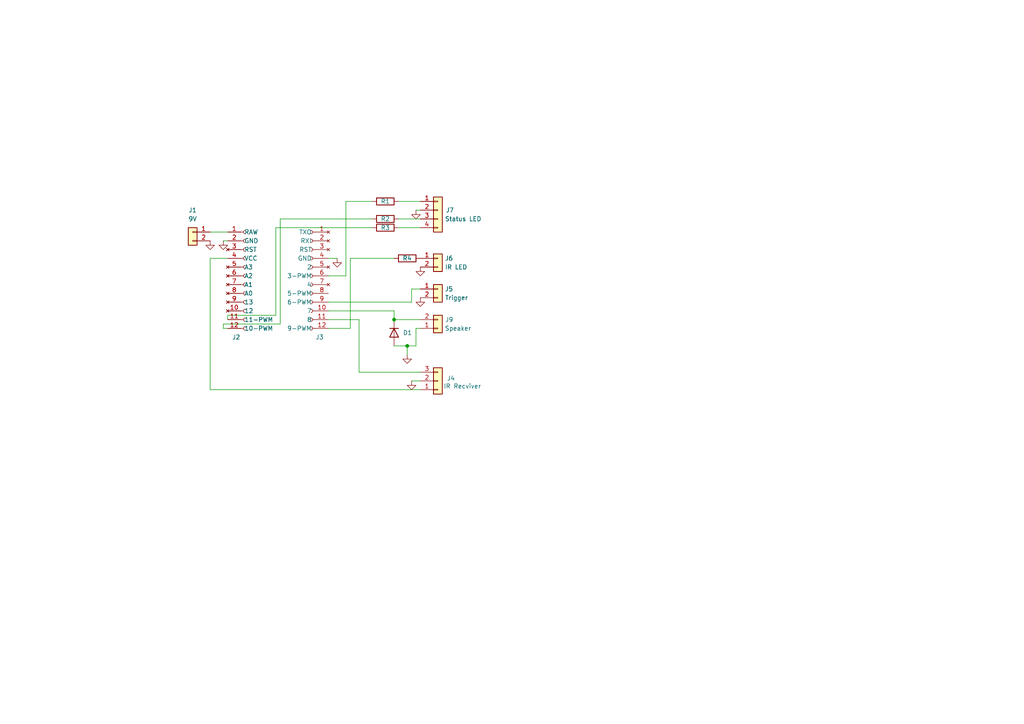
<source format=kicad_sch>
(kicad_sch
	(version 20231120)
	(generator "eeschema")
	(generator_version "8.0")
	(uuid "9538e4ed-27e6-4c37-b989-9859dc0d49e8")
	(paper "A4")
	(title_block
		(date "2024-05-09")
	)
	(lib_symbols
		(symbol "Conn_01x12_Female_1"
			(pin_names
				(offset 1.016)
			)
			(exclude_from_sim no)
			(in_bom yes)
			(on_board yes)
			(property "Reference" "J3"
				(at -2.54 -17.78 0)
				(effects
					(font
						(size 1.27 1.27)
					)
				)
			)
			(property "Value" "Conn_01x12_Female"
				(at 0.635 15.24 0)
				(effects
					(font
						(size 1.27 1.27)
					)
					(hide yes)
				)
			)
			(property "Footprint" "Connector_PinSocket_2.54mm:PinSocket_1x12_P2.54mm_Vertical"
				(at 0 -21.59 0)
				(effects
					(font
						(size 1.27 1.27)
					)
					(hide yes)
				)
			)
			(property "Datasheet" "~"
				(at 0 0 0)
				(effects
					(font
						(size 1.27 1.27)
					)
					(hide yes)
				)
			)
			(property "Description" "Generic connector, single row, 01x12, script generated (kicad-library-utils/schlib/autogen/connector/)"
				(at 0 0 0)
				(effects
					(font
						(size 1.27 1.27)
					)
					(hide yes)
				)
			)
			(property "ki_keywords" "connector"
				(at 0 0 0)
				(effects
					(font
						(size 1.27 1.27)
					)
					(hide yes)
				)
			)
			(property "ki_fp_filters" "Connector*:*_1x??_*"
				(at 0 0 0)
				(effects
					(font
						(size 1.27 1.27)
					)
					(hide yes)
				)
			)
			(symbol "Conn_01x12_Female_1_1_1"
				(arc
					(start 0 -14.732)
					(mid -0.5058 -15.24)
					(end 0 -15.748)
					(stroke
						(width 0.1524)
						(type default)
					)
					(fill
						(type none)
					)
				)
				(arc
					(start 0 -12.192)
					(mid -0.5058 -12.7)
					(end 0 -13.208)
					(stroke
						(width 0.1524)
						(type default)
					)
					(fill
						(type none)
					)
				)
				(arc
					(start 0 -9.652)
					(mid -0.5058 -10.16)
					(end 0 -10.668)
					(stroke
						(width 0.1524)
						(type default)
					)
					(fill
						(type none)
					)
				)
				(arc
					(start 0 -7.112)
					(mid -0.5058 -7.62)
					(end 0 -8.128)
					(stroke
						(width 0.1524)
						(type default)
					)
					(fill
						(type none)
					)
				)
				(arc
					(start 0 -4.572)
					(mid -0.5058 -5.08)
					(end 0 -5.588)
					(stroke
						(width 0.1524)
						(type default)
					)
					(fill
						(type none)
					)
				)
				(arc
					(start 0 -2.032)
					(mid -0.5058 -2.54)
					(end 0 -3.048)
					(stroke
						(width 0.1524)
						(type default)
					)
					(fill
						(type none)
					)
				)
				(polyline
					(pts
						(xy -1.27 -15.24) (xy -0.508 -15.24)
					)
					(stroke
						(width 0.1524)
						(type default)
					)
					(fill
						(type none)
					)
				)
				(polyline
					(pts
						(xy -1.27 -12.7) (xy -0.508 -12.7)
					)
					(stroke
						(width 0.1524)
						(type default)
					)
					(fill
						(type none)
					)
				)
				(polyline
					(pts
						(xy -1.27 -10.16) (xy -0.508 -10.16)
					)
					(stroke
						(width 0.1524)
						(type default)
					)
					(fill
						(type none)
					)
				)
				(polyline
					(pts
						(xy -1.27 -7.62) (xy -0.508 -7.62)
					)
					(stroke
						(width 0.1524)
						(type default)
					)
					(fill
						(type none)
					)
				)
				(polyline
					(pts
						(xy -1.27 -5.08) (xy -0.508 -5.08)
					)
					(stroke
						(width 0.1524)
						(type default)
					)
					(fill
						(type none)
					)
				)
				(polyline
					(pts
						(xy -1.27 -2.54) (xy -0.508 -2.54)
					)
					(stroke
						(width 0.1524)
						(type default)
					)
					(fill
						(type none)
					)
				)
				(polyline
					(pts
						(xy -1.27 0) (xy -0.508 0)
					)
					(stroke
						(width 0.1524)
						(type default)
					)
					(fill
						(type none)
					)
				)
				(polyline
					(pts
						(xy -1.27 2.54) (xy -0.508 2.54)
					)
					(stroke
						(width 0.1524)
						(type default)
					)
					(fill
						(type none)
					)
				)
				(polyline
					(pts
						(xy -1.27 5.08) (xy -0.508 5.08)
					)
					(stroke
						(width 0.1524)
						(type default)
					)
					(fill
						(type none)
					)
				)
				(polyline
					(pts
						(xy -1.27 7.62) (xy -0.508 7.62)
					)
					(stroke
						(width 0.1524)
						(type default)
					)
					(fill
						(type none)
					)
				)
				(polyline
					(pts
						(xy -1.27 10.16) (xy -0.508 10.16)
					)
					(stroke
						(width 0.1524)
						(type default)
					)
					(fill
						(type none)
					)
				)
				(polyline
					(pts
						(xy -1.27 12.7) (xy -0.508 12.7)
					)
					(stroke
						(width 0.1524)
						(type default)
					)
					(fill
						(type none)
					)
				)
				(arc
					(start 0 0.508)
					(mid -0.5058 0)
					(end 0 -0.508)
					(stroke
						(width 0.1524)
						(type default)
					)
					(fill
						(type none)
					)
				)
				(arc
					(start 0 3.048)
					(mid -0.5058 2.54)
					(end 0 2.032)
					(stroke
						(width 0.1524)
						(type default)
					)
					(fill
						(type none)
					)
				)
				(arc
					(start 0 5.588)
					(mid -0.5058 5.08)
					(end 0 4.572)
					(stroke
						(width 0.1524)
						(type default)
					)
					(fill
						(type none)
					)
				)
				(arc
					(start 0 8.128)
					(mid -0.5058 7.62)
					(end 0 7.112)
					(stroke
						(width 0.1524)
						(type default)
					)
					(fill
						(type none)
					)
				)
				(arc
					(start 0 10.668)
					(mid -0.5058 10.16)
					(end 0 9.652)
					(stroke
						(width 0.1524)
						(type default)
					)
					(fill
						(type none)
					)
				)
				(arc
					(start 0 13.208)
					(mid -0.5058 12.7)
					(end 0 12.192)
					(stroke
						(width 0.1524)
						(type default)
					)
					(fill
						(type none)
					)
				)
				(pin no_connect line
					(at -5.08 12.7 0)
					(length 3.81)
					(name "TXO"
						(effects
							(font
								(size 1.27 1.27)
							)
						)
					)
					(number "1"
						(effects
							(font
								(size 1.27 1.27)
							)
						)
					)
				)
				(pin passive line
					(at -5.08 -10.16 0)
					(length 3.81)
					(name "7"
						(effects
							(font
								(size 1.27 1.27)
							)
						)
					)
					(number "10"
						(effects
							(font
								(size 1.27 1.27)
							)
						)
					)
				)
				(pin passive line
					(at -5.08 -12.7 0)
					(length 3.81)
					(name "8"
						(effects
							(font
								(size 1.27 1.27)
							)
						)
					)
					(number "11"
						(effects
							(font
								(size 1.27 1.27)
							)
						)
					)
				)
				(pin passive line
					(at -5.08 -15.24 0)
					(length 3.81)
					(name "9-PWM"
						(effects
							(font
								(size 1.27 1.27)
							)
						)
					)
					(number "12"
						(effects
							(font
								(size 1.27 1.27)
							)
						)
					)
				)
				(pin no_connect line
					(at -5.08 10.16 0)
					(length 3.81)
					(name "RXI"
						(effects
							(font
								(size 1.27 1.27)
							)
						)
					)
					(number "2"
						(effects
							(font
								(size 1.27 1.27)
							)
						)
					)
				)
				(pin no_connect line
					(at -5.08 7.62 0)
					(length 3.81)
					(name "RST"
						(effects
							(font
								(size 1.27 1.27)
							)
						)
					)
					(number "3"
						(effects
							(font
								(size 1.27 1.27)
							)
						)
					)
				)
				(pin power_out line
					(at -5.08 5.08 0)
					(length 3.81)
					(name "GND"
						(effects
							(font
								(size 1.27 1.27)
							)
						)
					)
					(number "4"
						(effects
							(font
								(size 1.27 1.27)
							)
						)
					)
				)
				(pin no_connect line
					(at -5.08 2.54 0)
					(length 3.81)
					(name "2"
						(effects
							(font
								(size 1.27 1.27)
							)
						)
					)
					(number "5"
						(effects
							(font
								(size 1.27 1.27)
							)
						)
					)
				)
				(pin passive line
					(at -5.08 0 0)
					(length 3.81)
					(name "3-PWM"
						(effects
							(font
								(size 1.27 1.27)
							)
						)
					)
					(number "6"
						(effects
							(font
								(size 1.27 1.27)
							)
						)
					)
				)
				(pin no_connect line
					(at -5.08 -2.54 0)
					(length 3.81)
					(name "4"
						(effects
							(font
								(size 1.27 1.27)
							)
						)
					)
					(number "7"
						(effects
							(font
								(size 1.27 1.27)
							)
						)
					)
				)
				(pin passive line
					(at -5.08 -5.08 0)
					(length 3.81)
					(name "5-PWM"
						(effects
							(font
								(size 1.27 1.27)
							)
						)
					)
					(number "8"
						(effects
							(font
								(size 1.27 1.27)
							)
						)
					)
				)
				(pin passive line
					(at -5.08 -7.62 0)
					(length 3.81)
					(name "6-PWM"
						(effects
							(font
								(size 1.27 1.27)
							)
						)
					)
					(number "9"
						(effects
							(font
								(size 1.27 1.27)
							)
						)
					)
				)
			)
		)
		(symbol "Connector:Conn_01x12_Female"
			(pin_names
				(offset 1.016)
			)
			(exclude_from_sim no)
			(in_bom yes)
			(on_board yes)
			(property "Reference" "J2"
				(at -3.81 -17.78 0)
				(effects
					(font
						(size 1.27 1.27)
					)
					(justify left)
				)
			)
			(property "Value" "Conn_01x12_Female"
				(at -7.62 -20.32 0)
				(effects
					(font
						(size 1.27 1.27)
					)
					(justify left)
					(hide yes)
				)
			)
			(property "Footprint" "Connector_PinSocket_2.54mm:PinSocket_1x12_P2.54mm_Vertical"
				(at 0 -22.86 0)
				(effects
					(font
						(size 1.27 1.27)
					)
					(hide yes)
				)
			)
			(property "Datasheet" "~"
				(at 0 0 0)
				(effects
					(font
						(size 1.27 1.27)
					)
					(hide yes)
				)
			)
			(property "Description" "Generic connector, single row, 01x12, script generated (kicad-library-utils/schlib/autogen/connector/)"
				(at 0 0 0)
				(effects
					(font
						(size 1.27 1.27)
					)
					(hide yes)
				)
			)
			(property "ki_keywords" "connector"
				(at 0 0 0)
				(effects
					(font
						(size 1.27 1.27)
					)
					(hide yes)
				)
			)
			(property "ki_fp_filters" "Connector*:*_1x??_*"
				(at 0 0 0)
				(effects
					(font
						(size 1.27 1.27)
					)
					(hide yes)
				)
			)
			(symbol "Conn_01x12_Female_1_1"
				(arc
					(start 0 -14.732)
					(mid -0.5058 -15.24)
					(end 0 -15.748)
					(stroke
						(width 0.1524)
						(type default)
					)
					(fill
						(type none)
					)
				)
				(arc
					(start 0 -12.192)
					(mid -0.5058 -12.7)
					(end 0 -13.208)
					(stroke
						(width 0.1524)
						(type default)
					)
					(fill
						(type none)
					)
				)
				(arc
					(start 0 -9.652)
					(mid -0.5058 -10.16)
					(end 0 -10.668)
					(stroke
						(width 0.1524)
						(type default)
					)
					(fill
						(type none)
					)
				)
				(arc
					(start 0 -7.112)
					(mid -0.5058 -7.62)
					(end 0 -8.128)
					(stroke
						(width 0.1524)
						(type default)
					)
					(fill
						(type none)
					)
				)
				(arc
					(start 0 -4.572)
					(mid -0.5058 -5.08)
					(end 0 -5.588)
					(stroke
						(width 0.1524)
						(type default)
					)
					(fill
						(type none)
					)
				)
				(arc
					(start 0 -2.032)
					(mid -0.5058 -2.54)
					(end 0 -3.048)
					(stroke
						(width 0.1524)
						(type default)
					)
					(fill
						(type none)
					)
				)
				(polyline
					(pts
						(xy -1.27 -15.24) (xy -0.508 -15.24)
					)
					(stroke
						(width 0.1524)
						(type default)
					)
					(fill
						(type none)
					)
				)
				(polyline
					(pts
						(xy -1.27 -12.7) (xy -0.508 -12.7)
					)
					(stroke
						(width 0.1524)
						(type default)
					)
					(fill
						(type none)
					)
				)
				(polyline
					(pts
						(xy -1.27 -10.16) (xy -0.508 -10.16)
					)
					(stroke
						(width 0.1524)
						(type default)
					)
					(fill
						(type none)
					)
				)
				(polyline
					(pts
						(xy -1.27 -7.62) (xy -0.508 -7.62)
					)
					(stroke
						(width 0.1524)
						(type default)
					)
					(fill
						(type none)
					)
				)
				(polyline
					(pts
						(xy -1.27 -5.08) (xy -0.508 -5.08)
					)
					(stroke
						(width 0.1524)
						(type default)
					)
					(fill
						(type none)
					)
				)
				(polyline
					(pts
						(xy -1.27 -2.54) (xy -0.508 -2.54)
					)
					(stroke
						(width 0.1524)
						(type default)
					)
					(fill
						(type none)
					)
				)
				(polyline
					(pts
						(xy -1.27 0) (xy -0.508 0)
					)
					(stroke
						(width 0.1524)
						(type default)
					)
					(fill
						(type none)
					)
				)
				(polyline
					(pts
						(xy -1.27 2.54) (xy -0.508 2.54)
					)
					(stroke
						(width 0.1524)
						(type default)
					)
					(fill
						(type none)
					)
				)
				(polyline
					(pts
						(xy -1.27 5.08) (xy -0.508 5.08)
					)
					(stroke
						(width 0.1524)
						(type default)
					)
					(fill
						(type none)
					)
				)
				(polyline
					(pts
						(xy -1.27 7.62) (xy -0.508 7.62)
					)
					(stroke
						(width 0.1524)
						(type default)
					)
					(fill
						(type none)
					)
				)
				(polyline
					(pts
						(xy -1.27 10.16) (xy -0.508 10.16)
					)
					(stroke
						(width 0.1524)
						(type default)
					)
					(fill
						(type none)
					)
				)
				(polyline
					(pts
						(xy -1.27 12.7) (xy -0.508 12.7)
					)
					(stroke
						(width 0.1524)
						(type default)
					)
					(fill
						(type none)
					)
				)
				(arc
					(start 0 0.508)
					(mid -0.5058 0)
					(end 0 -0.508)
					(stroke
						(width 0.1524)
						(type default)
					)
					(fill
						(type none)
					)
				)
				(arc
					(start 0 3.048)
					(mid -0.5058 2.54)
					(end 0 2.032)
					(stroke
						(width 0.1524)
						(type default)
					)
					(fill
						(type none)
					)
				)
				(arc
					(start 0 5.588)
					(mid -0.5058 5.08)
					(end 0 4.572)
					(stroke
						(width 0.1524)
						(type default)
					)
					(fill
						(type none)
					)
				)
				(arc
					(start 0 8.128)
					(mid -0.5058 7.62)
					(end 0 7.112)
					(stroke
						(width 0.1524)
						(type default)
					)
					(fill
						(type none)
					)
				)
				(arc
					(start 0 10.668)
					(mid -0.5058 10.16)
					(end 0 9.652)
					(stroke
						(width 0.1524)
						(type default)
					)
					(fill
						(type none)
					)
				)
				(arc
					(start 0 13.208)
					(mid -0.5058 12.7)
					(end 0 12.192)
					(stroke
						(width 0.1524)
						(type default)
					)
					(fill
						(type none)
					)
				)
				(pin passive line
					(at -5.08 12.7 0)
					(length 3.81)
					(name "RAW"
						(effects
							(font
								(size 1.27 1.27)
							)
						)
					)
					(number "1"
						(effects
							(font
								(size 1.27 1.27)
							)
						)
					)
				)
				(pin no_connect line
					(at -5.08 -10.16 0)
					(length 3.81)
					(name "12"
						(effects
							(font
								(size 1.27 1.27)
							)
						)
					)
					(number "10"
						(effects
							(font
								(size 1.27 1.27)
							)
						)
					)
				)
				(pin passive line
					(at -5.08 -12.7 0)
					(length 3.81)
					(name "11-PWM"
						(effects
							(font
								(size 1.27 1.27)
							)
						)
					)
					(number "11"
						(effects
							(font
								(size 1.27 1.27)
							)
						)
					)
				)
				(pin passive line
					(at -5.08 -15.24 0)
					(length 3.81)
					(name "10-PWM"
						(effects
							(font
								(size 1.27 1.27)
							)
						)
					)
					(number "12"
						(effects
							(font
								(size 1.27 1.27)
							)
						)
					)
				)
				(pin passive line
					(at -5.08 10.16 0)
					(length 3.81)
					(name "GND"
						(effects
							(font
								(size 1.27 1.27)
							)
						)
					)
					(number "2"
						(effects
							(font
								(size 1.27 1.27)
							)
						)
					)
				)
				(pin no_connect line
					(at -5.08 7.62 0)
					(length 3.81)
					(name "RST"
						(effects
							(font
								(size 1.27 1.27)
							)
						)
					)
					(number "3"
						(effects
							(font
								(size 1.27 1.27)
							)
						)
					)
				)
				(pin passive line
					(at -5.08 5.08 0)
					(length 3.81)
					(name "VCC"
						(effects
							(font
								(size 1.27 1.27)
							)
						)
					)
					(number "4"
						(effects
							(font
								(size 1.27 1.27)
							)
						)
					)
				)
				(pin no_connect line
					(at -5.08 2.54 0)
					(length 3.81)
					(name "A3"
						(effects
							(font
								(size 1.27 1.27)
							)
						)
					)
					(number "5"
						(effects
							(font
								(size 1.27 1.27)
							)
						)
					)
				)
				(pin no_connect line
					(at -5.08 0 0)
					(length 3.81)
					(name "A2"
						(effects
							(font
								(size 1.27 1.27)
							)
						)
					)
					(number "6"
						(effects
							(font
								(size 1.27 1.27)
							)
						)
					)
				)
				(pin no_connect line
					(at -5.08 -2.54 0)
					(length 3.81)
					(name "A1"
						(effects
							(font
								(size 1.27 1.27)
							)
						)
					)
					(number "7"
						(effects
							(font
								(size 1.27 1.27)
							)
						)
					)
				)
				(pin no_connect line
					(at -5.08 -5.08 0)
					(length 3.81)
					(name "A0"
						(effects
							(font
								(size 1.27 1.27)
							)
						)
					)
					(number "8"
						(effects
							(font
								(size 1.27 1.27)
							)
						)
					)
				)
				(pin no_connect line
					(at -5.08 -7.62 0)
					(length 3.81)
					(name "13"
						(effects
							(font
								(size 1.27 1.27)
							)
						)
					)
					(number "9"
						(effects
							(font
								(size 1.27 1.27)
							)
						)
					)
				)
			)
		)
		(symbol "Connector_Generic:Conn_01x02"
			(pin_names
				(offset 1.016) hide)
			(exclude_from_sim no)
			(in_bom yes)
			(on_board yes)
			(property "Reference" "J"
				(at 0 2.54 0)
				(effects
					(font
						(size 1.27 1.27)
					)
				)
			)
			(property "Value" "Conn_01x02"
				(at 0 -5.08 0)
				(effects
					(font
						(size 1.27 1.27)
					)
				)
			)
			(property "Footprint" ""
				(at 0 0 0)
				(effects
					(font
						(size 1.27 1.27)
					)
					(hide yes)
				)
			)
			(property "Datasheet" "~"
				(at 0 0 0)
				(effects
					(font
						(size 1.27 1.27)
					)
					(hide yes)
				)
			)
			(property "Description" "Generic connector, single row, 01x02, script generated (kicad-library-utils/schlib/autogen/connector/)"
				(at 0 0 0)
				(effects
					(font
						(size 1.27 1.27)
					)
					(hide yes)
				)
			)
			(property "ki_keywords" "connector"
				(at 0 0 0)
				(effects
					(font
						(size 1.27 1.27)
					)
					(hide yes)
				)
			)
			(property "ki_fp_filters" "Connector*:*_1x??_*"
				(at 0 0 0)
				(effects
					(font
						(size 1.27 1.27)
					)
					(hide yes)
				)
			)
			(symbol "Conn_01x02_1_1"
				(rectangle
					(start -1.27 -2.413)
					(end 0 -2.667)
					(stroke
						(width 0.1524)
						(type default)
					)
					(fill
						(type none)
					)
				)
				(rectangle
					(start -1.27 0.127)
					(end 0 -0.127)
					(stroke
						(width 0.1524)
						(type default)
					)
					(fill
						(type none)
					)
				)
				(rectangle
					(start -1.27 1.27)
					(end 1.27 -3.81)
					(stroke
						(width 0.254)
						(type default)
					)
					(fill
						(type background)
					)
				)
				(pin passive line
					(at -5.08 0 0)
					(length 3.81)
					(name "Pin_1"
						(effects
							(font
								(size 1.27 1.27)
							)
						)
					)
					(number "1"
						(effects
							(font
								(size 1.27 1.27)
							)
						)
					)
				)
				(pin passive line
					(at -5.08 -2.54 0)
					(length 3.81)
					(name "Pin_2"
						(effects
							(font
								(size 1.27 1.27)
							)
						)
					)
					(number "2"
						(effects
							(font
								(size 1.27 1.27)
							)
						)
					)
				)
			)
		)
		(symbol "Connector_Generic:Conn_01x03"
			(pin_names
				(offset 1.016) hide)
			(exclude_from_sim no)
			(in_bom yes)
			(on_board yes)
			(property "Reference" "J"
				(at 0 5.08 0)
				(effects
					(font
						(size 1.27 1.27)
					)
				)
			)
			(property "Value" "Conn_01x03"
				(at 0 -5.08 0)
				(effects
					(font
						(size 1.27 1.27)
					)
				)
			)
			(property "Footprint" ""
				(at 0 0 0)
				(effects
					(font
						(size 1.27 1.27)
					)
					(hide yes)
				)
			)
			(property "Datasheet" "~"
				(at 0 0 0)
				(effects
					(font
						(size 1.27 1.27)
					)
					(hide yes)
				)
			)
			(property "Description" "Generic connector, single row, 01x03, script generated (kicad-library-utils/schlib/autogen/connector/)"
				(at 0 0 0)
				(effects
					(font
						(size 1.27 1.27)
					)
					(hide yes)
				)
			)
			(property "ki_keywords" "connector"
				(at 0 0 0)
				(effects
					(font
						(size 1.27 1.27)
					)
					(hide yes)
				)
			)
			(property "ki_fp_filters" "Connector*:*_1x??_*"
				(at 0 0 0)
				(effects
					(font
						(size 1.27 1.27)
					)
					(hide yes)
				)
			)
			(symbol "Conn_01x03_1_1"
				(rectangle
					(start -1.27 -2.413)
					(end 0 -2.667)
					(stroke
						(width 0.1524)
						(type default)
					)
					(fill
						(type none)
					)
				)
				(rectangle
					(start -1.27 0.127)
					(end 0 -0.127)
					(stroke
						(width 0.1524)
						(type default)
					)
					(fill
						(type none)
					)
				)
				(rectangle
					(start -1.27 2.667)
					(end 0 2.413)
					(stroke
						(width 0.1524)
						(type default)
					)
					(fill
						(type none)
					)
				)
				(rectangle
					(start -1.27 3.81)
					(end 1.27 -3.81)
					(stroke
						(width 0.254)
						(type default)
					)
					(fill
						(type background)
					)
				)
				(pin passive line
					(at -5.08 2.54 0)
					(length 3.81)
					(name "Pin_1"
						(effects
							(font
								(size 1.27 1.27)
							)
						)
					)
					(number "1"
						(effects
							(font
								(size 1.27 1.27)
							)
						)
					)
				)
				(pin passive line
					(at -5.08 0 0)
					(length 3.81)
					(name "Pin_2"
						(effects
							(font
								(size 1.27 1.27)
							)
						)
					)
					(number "2"
						(effects
							(font
								(size 1.27 1.27)
							)
						)
					)
				)
				(pin passive line
					(at -5.08 -2.54 0)
					(length 3.81)
					(name "Pin_3"
						(effects
							(font
								(size 1.27 1.27)
							)
						)
					)
					(number "3"
						(effects
							(font
								(size 1.27 1.27)
							)
						)
					)
				)
			)
		)
		(symbol "Connector_Generic:Conn_01x04"
			(pin_names
				(offset 1.016) hide)
			(exclude_from_sim no)
			(in_bom yes)
			(on_board yes)
			(property "Reference" "J"
				(at 0 5.08 0)
				(effects
					(font
						(size 1.27 1.27)
					)
				)
			)
			(property "Value" "Conn_01x04"
				(at 0 -7.62 0)
				(effects
					(font
						(size 1.27 1.27)
					)
				)
			)
			(property "Footprint" ""
				(at 0 0 0)
				(effects
					(font
						(size 1.27 1.27)
					)
					(hide yes)
				)
			)
			(property "Datasheet" "~"
				(at 0 0 0)
				(effects
					(font
						(size 1.27 1.27)
					)
					(hide yes)
				)
			)
			(property "Description" "Generic connector, single row, 01x04, script generated (kicad-library-utils/schlib/autogen/connector/)"
				(at 0 0 0)
				(effects
					(font
						(size 1.27 1.27)
					)
					(hide yes)
				)
			)
			(property "ki_keywords" "connector"
				(at 0 0 0)
				(effects
					(font
						(size 1.27 1.27)
					)
					(hide yes)
				)
			)
			(property "ki_fp_filters" "Connector*:*_1x??_*"
				(at 0 0 0)
				(effects
					(font
						(size 1.27 1.27)
					)
					(hide yes)
				)
			)
			(symbol "Conn_01x04_1_1"
				(rectangle
					(start -1.27 -4.953)
					(end 0 -5.207)
					(stroke
						(width 0.1524)
						(type default)
					)
					(fill
						(type none)
					)
				)
				(rectangle
					(start -1.27 -2.413)
					(end 0 -2.667)
					(stroke
						(width 0.1524)
						(type default)
					)
					(fill
						(type none)
					)
				)
				(rectangle
					(start -1.27 0.127)
					(end 0 -0.127)
					(stroke
						(width 0.1524)
						(type default)
					)
					(fill
						(type none)
					)
				)
				(rectangle
					(start -1.27 2.667)
					(end 0 2.413)
					(stroke
						(width 0.1524)
						(type default)
					)
					(fill
						(type none)
					)
				)
				(rectangle
					(start -1.27 3.81)
					(end 1.27 -6.35)
					(stroke
						(width 0.254)
						(type default)
					)
					(fill
						(type background)
					)
				)
				(pin passive line
					(at -5.08 2.54 0)
					(length 3.81)
					(name "Pin_1"
						(effects
							(font
								(size 1.27 1.27)
							)
						)
					)
					(number "1"
						(effects
							(font
								(size 1.27 1.27)
							)
						)
					)
				)
				(pin passive line
					(at -5.08 0 0)
					(length 3.81)
					(name "Pin_2"
						(effects
							(font
								(size 1.27 1.27)
							)
						)
					)
					(number "2"
						(effects
							(font
								(size 1.27 1.27)
							)
						)
					)
				)
				(pin passive line
					(at -5.08 -2.54 0)
					(length 3.81)
					(name "Pin_3"
						(effects
							(font
								(size 1.27 1.27)
							)
						)
					)
					(number "3"
						(effects
							(font
								(size 1.27 1.27)
							)
						)
					)
				)
				(pin passive line
					(at -5.08 -5.08 0)
					(length 3.81)
					(name "Pin_4"
						(effects
							(font
								(size 1.27 1.27)
							)
						)
					)
					(number "4"
						(effects
							(font
								(size 1.27 1.27)
							)
						)
					)
				)
			)
		)
		(symbol "Device:D"
			(pin_numbers hide)
			(pin_names
				(offset 1.016) hide)
			(exclude_from_sim no)
			(in_bom yes)
			(on_board yes)
			(property "Reference" "D"
				(at 0 2.54 0)
				(effects
					(font
						(size 1.27 1.27)
					)
				)
			)
			(property "Value" "D"
				(at 0 -2.54 0)
				(effects
					(font
						(size 1.27 1.27)
					)
				)
			)
			(property "Footprint" ""
				(at 0 0 0)
				(effects
					(font
						(size 1.27 1.27)
					)
					(hide yes)
				)
			)
			(property "Datasheet" "~"
				(at 0 0 0)
				(effects
					(font
						(size 1.27 1.27)
					)
					(hide yes)
				)
			)
			(property "Description" "Diode"
				(at 0 0 0)
				(effects
					(font
						(size 1.27 1.27)
					)
					(hide yes)
				)
			)
			(property "ki_keywords" "diode"
				(at 0 0 0)
				(effects
					(font
						(size 1.27 1.27)
					)
					(hide yes)
				)
			)
			(property "ki_fp_filters" "TO-???* *_Diode_* *SingleDiode* D_*"
				(at 0 0 0)
				(effects
					(font
						(size 1.27 1.27)
					)
					(hide yes)
				)
			)
			(symbol "D_0_1"
				(polyline
					(pts
						(xy -1.27 1.27) (xy -1.27 -1.27)
					)
					(stroke
						(width 0.254)
						(type default)
					)
					(fill
						(type none)
					)
				)
				(polyline
					(pts
						(xy 1.27 0) (xy -1.27 0)
					)
					(stroke
						(width 0)
						(type default)
					)
					(fill
						(type none)
					)
				)
				(polyline
					(pts
						(xy 1.27 1.27) (xy 1.27 -1.27) (xy -1.27 0) (xy 1.27 1.27)
					)
					(stroke
						(width 0.254)
						(type default)
					)
					(fill
						(type none)
					)
				)
			)
			(symbol "D_1_1"
				(pin passive line
					(at -3.81 0 0)
					(length 2.54)
					(name "K"
						(effects
							(font
								(size 1.27 1.27)
							)
						)
					)
					(number "1"
						(effects
							(font
								(size 1.27 1.27)
							)
						)
					)
				)
				(pin passive line
					(at 3.81 0 180)
					(length 2.54)
					(name "A"
						(effects
							(font
								(size 1.27 1.27)
							)
						)
					)
					(number "2"
						(effects
							(font
								(size 1.27 1.27)
							)
						)
					)
				)
			)
		)
		(symbol "Device:R"
			(pin_numbers hide)
			(pin_names
				(offset 0)
			)
			(exclude_from_sim no)
			(in_bom yes)
			(on_board yes)
			(property "Reference" "R"
				(at 2.032 0 90)
				(effects
					(font
						(size 1.27 1.27)
					)
				)
			)
			(property "Value" "R"
				(at 0 0 90)
				(effects
					(font
						(size 1.27 1.27)
					)
				)
			)
			(property "Footprint" ""
				(at -1.778 0 90)
				(effects
					(font
						(size 1.27 1.27)
					)
					(hide yes)
				)
			)
			(property "Datasheet" "~"
				(at 0 0 0)
				(effects
					(font
						(size 1.27 1.27)
					)
					(hide yes)
				)
			)
			(property "Description" "Resistor"
				(at 0 0 0)
				(effects
					(font
						(size 1.27 1.27)
					)
					(hide yes)
				)
			)
			(property "ki_keywords" "R res resistor"
				(at 0 0 0)
				(effects
					(font
						(size 1.27 1.27)
					)
					(hide yes)
				)
			)
			(property "ki_fp_filters" "R_*"
				(at 0 0 0)
				(effects
					(font
						(size 1.27 1.27)
					)
					(hide yes)
				)
			)
			(symbol "R_0_1"
				(rectangle
					(start -1.016 -2.54)
					(end 1.016 2.54)
					(stroke
						(width 0.254)
						(type default)
					)
					(fill
						(type none)
					)
				)
			)
			(symbol "R_1_1"
				(pin passive line
					(at 0 3.81 270)
					(length 1.27)
					(name "~"
						(effects
							(font
								(size 1.27 1.27)
							)
						)
					)
					(number "1"
						(effects
							(font
								(size 1.27 1.27)
							)
						)
					)
				)
				(pin passive line
					(at 0 -3.81 90)
					(length 1.27)
					(name "~"
						(effects
							(font
								(size 1.27 1.27)
							)
						)
					)
					(number "2"
						(effects
							(font
								(size 1.27 1.27)
							)
						)
					)
				)
			)
		)
		(symbol "power:GND"
			(power)
			(pin_names
				(offset 0)
			)
			(exclude_from_sim no)
			(in_bom yes)
			(on_board yes)
			(property "Reference" "#PWR"
				(at 0 -6.35 0)
				(effects
					(font
						(size 1.27 1.27)
					)
					(hide yes)
				)
			)
			(property "Value" "GND"
				(at 0 -3.81 0)
				(effects
					(font
						(size 1.27 1.27)
					)
				)
			)
			(property "Footprint" ""
				(at 0 0 0)
				(effects
					(font
						(size 1.27 1.27)
					)
					(hide yes)
				)
			)
			(property "Datasheet" ""
				(at 0 0 0)
				(effects
					(font
						(size 1.27 1.27)
					)
					(hide yes)
				)
			)
			(property "Description" "Power symbol creates a global label with name \"GND\" , ground"
				(at 0 0 0)
				(effects
					(font
						(size 1.27 1.27)
					)
					(hide yes)
				)
			)
			(property "ki_keywords" "power-flag"
				(at 0 0 0)
				(effects
					(font
						(size 1.27 1.27)
					)
					(hide yes)
				)
			)
			(symbol "GND_0_1"
				(polyline
					(pts
						(xy 0 0) (xy 0 -1.27) (xy 1.27 -1.27) (xy 0 -2.54) (xy -1.27 -1.27) (xy 0 -1.27)
					)
					(stroke
						(width 0)
						(type default)
					)
					(fill
						(type none)
					)
				)
			)
			(symbol "GND_1_1"
				(pin power_in line
					(at 0 0 270)
					(length 0) hide
					(name "GND"
						(effects
							(font
								(size 1.27 1.27)
							)
						)
					)
					(number "1"
						(effects
							(font
								(size 1.27 1.27)
							)
						)
					)
				)
			)
		)
	)
	(junction
		(at 114.3 92.71)
		(diameter 0)
		(color 0 0 0 0)
		(uuid "6c732f1d-a0a8-4c4d-8006-6c0364783878")
	)
	(junction
		(at 118.11 100.33)
		(diameter 0)
		(color 0 0 0 0)
		(uuid "b7ad75e5-01c2-4b94-bc64-2241e8ac8d34")
	)
	(wire
		(pts
			(xy 81.28 93.98) (xy 64.77 93.98)
		)
		(stroke
			(width 0)
			(type default)
		)
		(uuid "103a5ff6-1365-44f9-b178-ae5e2b6ddf92")
	)
	(wire
		(pts
			(xy 119.38 110.49) (xy 121.92 110.49)
		)
		(stroke
			(width 0)
			(type default)
		)
		(uuid "1126dad6-d10e-4bf0-97bc-efffdb9122ce")
	)
	(wire
		(pts
			(xy 115.57 58.42) (xy 121.92 58.42)
		)
		(stroke
			(width 0)
			(type default)
		)
		(uuid "1cf74f62-4204-415a-a7c7-5b7b3d1b4acf")
	)
	(wire
		(pts
			(xy 95.25 92.71) (xy 104.14 92.71)
		)
		(stroke
			(width 0)
			(type default)
		)
		(uuid "1d782e35-c38c-4186-8aa9-95aaf1397958")
	)
	(wire
		(pts
			(xy 95.25 95.25) (xy 101.6 95.25)
		)
		(stroke
			(width 0)
			(type default)
		)
		(uuid "2285b31f-8847-4473-922a-13210c0576a2")
	)
	(wire
		(pts
			(xy 114.3 92.71) (xy 121.92 92.71)
		)
		(stroke
			(width 0)
			(type default)
		)
		(uuid "27e506b0-0987-4667-a079-79bb3c741a2c")
	)
	(wire
		(pts
			(xy 64.77 69.85) (xy 66.04 69.85)
		)
		(stroke
			(width 0)
			(type default)
		)
		(uuid "28d5dead-92eb-44c7-95d7-9cadef2d691b")
	)
	(wire
		(pts
			(xy 64.77 93.98) (xy 64.77 95.25)
		)
		(stroke
			(width 0)
			(type default)
		)
		(uuid "324882ed-f109-49bd-b4d0-5dabfbfc7aba")
	)
	(wire
		(pts
			(xy 66.04 92.71) (xy 66.04 91.44)
		)
		(stroke
			(width 0)
			(type default)
		)
		(uuid "368b2702-e2ad-46b3-aad4-b12a4bba3b94")
	)
	(wire
		(pts
			(xy 100.33 80.01) (xy 100.33 58.42)
		)
		(stroke
			(width 0)
			(type default)
		)
		(uuid "3f6c3285-e5ea-49e7-81b6-915318f39c84")
	)
	(wire
		(pts
			(xy 66.04 95.25) (xy 64.77 95.25)
		)
		(stroke
			(width 0)
			(type default)
		)
		(uuid "49c3614d-e8ca-4b44-8505-2cae8fb69e24")
	)
	(wire
		(pts
			(xy 115.57 66.04) (xy 121.92 66.04)
		)
		(stroke
			(width 0)
			(type default)
		)
		(uuid "4bee3b93-9a25-4a62-bc3b-7a216b6aba9d")
	)
	(wire
		(pts
			(xy 120.65 95.25) (xy 120.65 100.33)
		)
		(stroke
			(width 0)
			(type default)
		)
		(uuid "4df3a618-5507-4230-9b16-d33d8e46f8d8")
	)
	(wire
		(pts
			(xy 118.11 100.33) (xy 118.11 102.87)
		)
		(stroke
			(width 0)
			(type default)
		)
		(uuid "5bde02db-5922-43e7-8e6f-ba469c3a823f")
	)
	(wire
		(pts
			(xy 60.96 74.93) (xy 60.96 113.03)
		)
		(stroke
			(width 0)
			(type default)
		)
		(uuid "5e83acda-b95a-4ebb-94b9-d4a826504ff7")
	)
	(wire
		(pts
			(xy 80.01 66.04) (xy 107.95 66.04)
		)
		(stroke
			(width 0)
			(type default)
		)
		(uuid "61d63f1b-dbdf-4e18-9e78-d70eac21ae65")
	)
	(wire
		(pts
			(xy 107.95 63.5) (xy 81.28 63.5)
		)
		(stroke
			(width 0)
			(type default)
		)
		(uuid "6a0cb3db-5175-4139-8666-31b3a305b724")
	)
	(wire
		(pts
			(xy 119.38 83.82) (xy 121.92 83.82)
		)
		(stroke
			(width 0)
			(type default)
		)
		(uuid "6c3ce6af-6581-49de-9e44-109535b22e0f")
	)
	(wire
		(pts
			(xy 66.04 91.44) (xy 80.01 91.44)
		)
		(stroke
			(width 0)
			(type default)
		)
		(uuid "6d9f15bb-65d3-439f-90a3-d93a011e0ee9")
	)
	(wire
		(pts
			(xy 118.11 100.33) (xy 114.3 100.33)
		)
		(stroke
			(width 0)
			(type default)
		)
		(uuid "764b241e-3e45-4be7-8ee6-50de060e1ce3")
	)
	(wire
		(pts
			(xy 66.04 74.93) (xy 60.96 74.93)
		)
		(stroke
			(width 0)
			(type default)
		)
		(uuid "771f30f8-a934-4057-897a-cb5ef32f3161")
	)
	(wire
		(pts
			(xy 119.38 83.82) (xy 119.38 87.63)
		)
		(stroke
			(width 0)
			(type default)
		)
		(uuid "7fd52937-e33d-4e45-9e5c-1502a260bb0a")
	)
	(wire
		(pts
			(xy 81.28 63.5) (xy 81.28 93.98)
		)
		(stroke
			(width 0)
			(type default)
		)
		(uuid "82761d29-1aff-4ebd-bbf8-19d171cef7f7")
	)
	(wire
		(pts
			(xy 104.14 92.71) (xy 104.14 107.95)
		)
		(stroke
			(width 0)
			(type default)
		)
		(uuid "84d801cf-c25f-4791-81e9-de8135a35f0b")
	)
	(wire
		(pts
			(xy 95.25 87.63) (xy 119.38 87.63)
		)
		(stroke
			(width 0)
			(type default)
		)
		(uuid "87987ba8-f5a2-47cc-a493-686c5c44be15")
	)
	(wire
		(pts
			(xy 95.25 80.01) (xy 100.33 80.01)
		)
		(stroke
			(width 0)
			(type default)
		)
		(uuid "8fbd009f-3da8-4ccc-a9d4-c981b0652eb6")
	)
	(wire
		(pts
			(xy 95.25 90.17) (xy 114.3 90.17)
		)
		(stroke
			(width 0)
			(type default)
		)
		(uuid "9140cc04-4fb7-486f-a0f7-f435f58e2d10")
	)
	(wire
		(pts
			(xy 101.6 74.93) (xy 114.3 74.93)
		)
		(stroke
			(width 0)
			(type default)
		)
		(uuid "9657d074-22c5-4a09-9ef8-ad7ad64cd41d")
	)
	(wire
		(pts
			(xy 120.65 100.33) (xy 118.11 100.33)
		)
		(stroke
			(width 0)
			(type default)
		)
		(uuid "9ff92e04-a4a8-44fa-a58c-1513a3308dd2")
	)
	(wire
		(pts
			(xy 95.25 74.93) (xy 97.79 74.93)
		)
		(stroke
			(width 0)
			(type default)
		)
		(uuid "b5dcd8b8-6528-49cb-b533-a01ecbc609ae")
	)
	(wire
		(pts
			(xy 101.6 95.25) (xy 101.6 74.93)
		)
		(stroke
			(width 0)
			(type default)
		)
		(uuid "bb02bf0f-e3b7-4269-b7c3-94f457d93282")
	)
	(wire
		(pts
			(xy 121.92 95.25) (xy 120.65 95.25)
		)
		(stroke
			(width 0)
			(type default)
		)
		(uuid "c3969b48-e12e-43ba-b537-0338e4ed92c4")
	)
	(wire
		(pts
			(xy 104.14 107.95) (xy 121.92 107.95)
		)
		(stroke
			(width 0)
			(type default)
		)
		(uuid "d2080a86-ed41-4e01-af59-c3d7fcb05b4f")
	)
	(wire
		(pts
			(xy 120.65 60.96) (xy 121.92 60.96)
		)
		(stroke
			(width 0)
			(type default)
		)
		(uuid "d87529f1-b436-4a80-a0de-b307b6425136")
	)
	(wire
		(pts
			(xy 60.96 67.31) (xy 66.04 67.31)
		)
		(stroke
			(width 0)
			(type default)
		)
		(uuid "d8bdfe45-be3b-4542-89f6-f88bde667dce")
	)
	(wire
		(pts
			(xy 100.33 58.42) (xy 107.95 58.42)
		)
		(stroke
			(width 0)
			(type default)
		)
		(uuid "d9eb6e89-bde1-4d07-9d38-91912ed224f4")
	)
	(wire
		(pts
			(xy 114.3 90.17) (xy 114.3 92.71)
		)
		(stroke
			(width 0)
			(type default)
		)
		(uuid "e60b4b61-7ad1-4937-82e3-eeab8a7cad56")
	)
	(wire
		(pts
			(xy 80.01 91.44) (xy 80.01 66.04)
		)
		(stroke
			(width 0)
			(type default)
		)
		(uuid "eacd9bd4-f0ff-4379-b6d4-9879e455d770")
	)
	(wire
		(pts
			(xy 121.92 113.03) (xy 60.96 113.03)
		)
		(stroke
			(width 0)
			(type default)
		)
		(uuid "f5c92979-38f7-49b6-8871-778fd0e3a26f")
	)
	(wire
		(pts
			(xy 115.57 63.5) (xy 121.92 63.5)
		)
		(stroke
			(width 0)
			(type default)
		)
		(uuid "fa5d748e-71ca-45ae-a4d4-ffee91d5dd61")
	)
	(symbol
		(lib_id "Connector_Generic:Conn_01x02")
		(at 127 95.25 0)
		(mirror x)
		(unit 1)
		(exclude_from_sim no)
		(in_bom yes)
		(on_board yes)
		(dnp no)
		(uuid "00b4c5a2-82c8-4868-ae7c-d7b313a95ea2")
		(property "Reference" "J9"
			(at 130.302 92.71 0)
			(effects
				(font
					(size 1.27 1.27)
				)
			)
		)
		(property "Value" "Speaker"
			(at 132.842 95.25 0)
			(effects
				(font
					(size 1.27 1.27)
				)
			)
		)
		(property "Footprint" "Connector_PinHeader_2.54mm:PinHeader_1x02_P2.54mm_Vertical"
			(at 127 95.25 0)
			(effects
				(font
					(size 1.27 1.27)
				)
				(hide yes)
			)
		)
		(property "Datasheet" "~"
			(at 127 95.25 0)
			(effects
				(font
					(size 1.27 1.27)
				)
				(hide yes)
			)
		)
		(property "Description" ""
			(at 127 95.25 0)
			(effects
				(font
					(size 1.27 1.27)
				)
				(hide yes)
			)
		)
		(property "LCSC Part #" "C5360898 "
			(at 127 95.25 0)
			(effects
				(font
					(size 1.27 1.27)
				)
				(hide yes)
			)
		)
		(pin "1"
			(uuid "0d097421-a0c5-4647-bf62-af2ce539f56a")
		)
		(pin "2"
			(uuid "7994df1b-b7c9-4229-b0e9-ce9cead9d0ac")
		)
		(instances
			(project "DevIos-LaserTag"
				(path "/9538e4ed-27e6-4c37-b989-9859dc0d49e8"
					(reference "J9")
					(unit 1)
				)
			)
		)
	)
	(symbol
		(lib_id "Connector_Generic:Conn_01x02")
		(at 127 83.82 0)
		(unit 1)
		(exclude_from_sim no)
		(in_bom yes)
		(on_board yes)
		(dnp no)
		(uuid "199c3409-94cd-4099-a8e4-29483915ac37")
		(property "Reference" "J5"
			(at 129.032 83.82 0)
			(effects
				(font
					(size 1.27 1.27)
				)
				(justify left)
			)
		)
		(property "Value" "Trigger"
			(at 129.032 86.36 0)
			(effects
				(font
					(size 1.27 1.27)
				)
				(justify left)
			)
		)
		(property "Footprint" "Connector_PinHeader_2.54mm:PinHeader_1x02_P2.54mm_Vertical"
			(at 127 83.82 0)
			(effects
				(font
					(size 1.27 1.27)
				)
				(hide yes)
			)
		)
		(property "Datasheet" "~"
			(at 127 83.82 0)
			(effects
				(font
					(size 1.27 1.27)
				)
				(hide yes)
			)
		)
		(property "Description" ""
			(at 127 83.82 0)
			(effects
				(font
					(size 1.27 1.27)
				)
				(hide yes)
			)
		)
		(property "LCSC Part #" "C5360898 "
			(at 127 83.82 0)
			(effects
				(font
					(size 1.27 1.27)
				)
				(hide yes)
			)
		)
		(pin "1"
			(uuid "d138c8be-4273-408c-baf6-32746840a70c")
		)
		(pin "2"
			(uuid "09f668f5-d745-4fa1-b44b-6e8cc95094a8")
		)
		(instances
			(project "DevIos-LaserTag"
				(path "/9538e4ed-27e6-4c37-b989-9859dc0d49e8"
					(reference "J5")
					(unit 1)
				)
			)
		)
	)
	(symbol
		(lib_id "power:GND")
		(at 64.77 69.85 0)
		(unit 1)
		(exclude_from_sim no)
		(in_bom yes)
		(on_board yes)
		(dnp no)
		(fields_autoplaced yes)
		(uuid "21c20b29-e6fa-442c-a4e0-28c38674e362")
		(property "Reference" "#PWR0101"
			(at 64.77 76.2 0)
			(effects
				(font
					(size 1.27 1.27)
				)
				(hide yes)
			)
		)
		(property "Value" "GND"
			(at 64.77 74.93 0)
			(effects
				(font
					(size 1.27 1.27)
				)
				(hide yes)
			)
		)
		(property "Footprint" ""
			(at 64.77 69.85 0)
			(effects
				(font
					(size 1.27 1.27)
				)
				(hide yes)
			)
		)
		(property "Datasheet" ""
			(at 64.77 69.85 0)
			(effects
				(font
					(size 1.27 1.27)
				)
				(hide yes)
			)
		)
		(property "Description" ""
			(at 64.77 69.85 0)
			(effects
				(font
					(size 1.27 1.27)
				)
				(hide yes)
			)
		)
		(pin "1"
			(uuid "c8d27c4d-c602-4755-b50f-474f3b9adf59")
		)
		(instances
			(project "DevIos-LaserTag"
				(path "/9538e4ed-27e6-4c37-b989-9859dc0d49e8"
					(reference "#PWR0101")
					(unit 1)
				)
			)
		)
	)
	(symbol
		(lib_id "Connector_Generic:Conn_01x04")
		(at 127 60.96 0)
		(unit 1)
		(exclude_from_sim no)
		(in_bom yes)
		(on_board yes)
		(dnp no)
		(uuid "2bf9c120-687d-4b19-9626-db89572d8800")
		(property "Reference" "J7"
			(at 129.286 60.96 0)
			(effects
				(font
					(size 1.27 1.27)
				)
				(justify left)
			)
		)
		(property "Value" "Status LED"
			(at 129.032 63.5 0)
			(effects
				(font
					(size 1.27 1.27)
				)
				(justify left)
			)
		)
		(property "Footprint" "Connector_PinHeader_2.54mm:PinHeader_1x04_P2.54mm_Vertical"
			(at 127 60.96 0)
			(effects
				(font
					(size 1.27 1.27)
				)
				(hide yes)
			)
		)
		(property "Datasheet" "~"
			(at 127 60.96 0)
			(effects
				(font
					(size 1.27 1.27)
				)
				(hide yes)
			)
		)
		(property "Description" ""
			(at 127 60.96 0)
			(effects
				(font
					(size 1.27 1.27)
				)
				(hide yes)
			)
		)
		(property "LCSC Part #" "C5116483"
			(at 127 60.96 0)
			(effects
				(font
					(size 1.27 1.27)
				)
				(hide yes)
			)
		)
		(pin "1"
			(uuid "e7f27669-593b-47ad-ab49-a48c9d139f9b")
		)
		(pin "2"
			(uuid "d1738a2c-d86e-43f6-be64-029a5c5c528d")
		)
		(pin "3"
			(uuid "4a123de1-4959-459b-8ea6-00ce0d5bb79a")
		)
		(pin "4"
			(uuid "999b41ce-b175-4aa7-bc23-cb134ca59463")
		)
		(instances
			(project "DevIos-LaserTag"
				(path "/9538e4ed-27e6-4c37-b989-9859dc0d49e8"
					(reference "J7")
					(unit 1)
				)
			)
		)
	)
	(symbol
		(lib_id "Device:D")
		(at 114.3 96.52 270)
		(unit 1)
		(exclude_from_sim no)
		(in_bom yes)
		(on_board yes)
		(dnp no)
		(fields_autoplaced yes)
		(uuid "38826007-b56b-4326-9ad0-b5b23138c508")
		(property "Reference" "D1"
			(at 116.84 96.5199 90)
			(effects
				(font
					(size 1.27 1.27)
				)
				(justify left)
			)
		)
		(property "Value" "SS14"
			(at 116.84 97.7899 90)
			(effects
				(font
					(size 1.27 1.27)
				)
				(justify left)
				(hide yes)
			)
		)
		(property "Footprint" "Diode_SMD:D_SMA"
			(at 114.3 96.52 0)
			(effects
				(font
					(size 1.27 1.27)
				)
				(hide yes)
			)
		)
		(property "Datasheet" "~"
			(at 114.3 96.52 0)
			(effects
				(font
					(size 1.27 1.27)
				)
				(hide yes)
			)
		)
		(property "Description" ""
			(at 114.3 96.52 0)
			(effects
				(font
					(size 1.27 1.27)
				)
				(hide yes)
			)
		)
		(property "LCSC Part #" "C2480"
			(at 114.3 96.52 0)
			(effects
				(font
					(size 1.27 1.27)
				)
				(hide yes)
			)
		)
		(pin "1"
			(uuid "a1c288cd-b5b3-4baa-aacf-8315b733cfd7")
		)
		(pin "2"
			(uuid "ee43f686-7633-4e3e-a002-f9e338c3ef83")
		)
		(instances
			(project "DevIos-LaserTag"
				(path "/9538e4ed-27e6-4c37-b989-9859dc0d49e8"
					(reference "D1")
					(unit 1)
				)
			)
		)
	)
	(symbol
		(lib_id "power:GND")
		(at 121.92 86.36 0)
		(unit 1)
		(exclude_from_sim no)
		(in_bom yes)
		(on_board yes)
		(dnp no)
		(fields_autoplaced yes)
		(uuid "391ee0a0-1fa3-4750-8074-e76e9e83156b")
		(property "Reference" "#PWR04"
			(at 121.92 92.71 0)
			(effects
				(font
					(size 1.27 1.27)
				)
				(hide yes)
			)
		)
		(property "Value" "GND"
			(at 121.92 91.44 0)
			(effects
				(font
					(size 1.27 1.27)
				)
				(hide yes)
			)
		)
		(property "Footprint" ""
			(at 121.92 86.36 0)
			(effects
				(font
					(size 1.27 1.27)
				)
				(hide yes)
			)
		)
		(property "Datasheet" ""
			(at 121.92 86.36 0)
			(effects
				(font
					(size 1.27 1.27)
				)
				(hide yes)
			)
		)
		(property "Description" ""
			(at 121.92 86.36 0)
			(effects
				(font
					(size 1.27 1.27)
				)
				(hide yes)
			)
		)
		(pin "1"
			(uuid "146c10b2-bec1-4bb4-a10a-1653fb2c93e5")
		)
		(instances
			(project "DevIos-LaserTag"
				(path "/9538e4ed-27e6-4c37-b989-9859dc0d49e8"
					(reference "#PWR04")
					(unit 1)
				)
			)
		)
	)
	(symbol
		(lib_id "Device:R")
		(at 111.76 66.04 90)
		(unit 1)
		(exclude_from_sim no)
		(in_bom yes)
		(on_board yes)
		(dnp no)
		(uuid "3cefa611-66bc-46ca-bf3c-c1f35b96c9e4")
		(property "Reference" "R3"
			(at 111.76 66.04 90)
			(effects
				(font
					(size 1.27 1.27)
				)
			)
		)
		(property "Value" "1k"
			(at 111.76 62.23 90)
			(effects
				(font
					(size 1.27 1.27)
				)
				(hide yes)
			)
		)
		(property "Footprint" "Resistor_SMD:R_0805_2012Metric"
			(at 111.76 67.818 90)
			(effects
				(font
					(size 1.27 1.27)
				)
				(hide yes)
			)
		)
		(property "Datasheet" "~"
			(at 111.76 66.04 0)
			(effects
				(font
					(size 1.27 1.27)
				)
				(hide yes)
			)
		)
		(property "Description" ""
			(at 111.76 66.04 0)
			(effects
				(font
					(size 1.27 1.27)
				)
				(hide yes)
			)
		)
		(property "LCSC Part #" "C17513"
			(at 111.76 66.04 0)
			(effects
				(font
					(size 1.27 1.27)
				)
				(hide yes)
			)
		)
		(pin "1"
			(uuid "425eea23-9375-45d7-971a-15acd92946b2")
		)
		(pin "2"
			(uuid "5cb98469-8be3-450d-8a55-3e739d0cfddf")
		)
		(instances
			(project "DevIos-LaserTag"
				(path "/9538e4ed-27e6-4c37-b989-9859dc0d49e8"
					(reference "R3")
					(unit 1)
				)
			)
		)
	)
	(symbol
		(lib_id "power:GND")
		(at 121.92 77.47 0)
		(unit 1)
		(exclude_from_sim no)
		(in_bom yes)
		(on_board yes)
		(dnp no)
		(fields_autoplaced yes)
		(uuid "41ced9a6-e0d4-4db7-9920-c9311f73cd48")
		(property "Reference" "#PWR05"
			(at 121.92 83.82 0)
			(effects
				(font
					(size 1.27 1.27)
				)
				(hide yes)
			)
		)
		(property "Value" "GND"
			(at 121.92 82.55 0)
			(effects
				(font
					(size 1.27 1.27)
				)
				(hide yes)
			)
		)
		(property "Footprint" ""
			(at 121.92 77.47 0)
			(effects
				(font
					(size 1.27 1.27)
				)
				(hide yes)
			)
		)
		(property "Datasheet" ""
			(at 121.92 77.47 0)
			(effects
				(font
					(size 1.27 1.27)
				)
				(hide yes)
			)
		)
		(property "Description" ""
			(at 121.92 77.47 0)
			(effects
				(font
					(size 1.27 1.27)
				)
				(hide yes)
			)
		)
		(pin "1"
			(uuid "1952b9ff-823c-4f9c-b9d8-762d58b3cd60")
		)
		(instances
			(project "DevIos-LaserTag"
				(path "/9538e4ed-27e6-4c37-b989-9859dc0d49e8"
					(reference "#PWR05")
					(unit 1)
				)
			)
		)
	)
	(symbol
		(lib_id "power:GND")
		(at 97.79 74.93 0)
		(unit 1)
		(exclude_from_sim no)
		(in_bom yes)
		(on_board yes)
		(dnp no)
		(fields_autoplaced yes)
		(uuid "4f7bf07f-4e76-4d1e-9e4f-477fa2cee505")
		(property "Reference" "#PWR01"
			(at 97.79 81.28 0)
			(effects
				(font
					(size 1.27 1.27)
				)
				(hide yes)
			)
		)
		(property "Value" "GND"
			(at 97.79 80.01 0)
			(effects
				(font
					(size 1.27 1.27)
				)
				(hide yes)
			)
		)
		(property "Footprint" ""
			(at 97.79 74.93 0)
			(effects
				(font
					(size 1.27 1.27)
				)
				(hide yes)
			)
		)
		(property "Datasheet" ""
			(at 97.79 74.93 0)
			(effects
				(font
					(size 1.27 1.27)
				)
				(hide yes)
			)
		)
		(property "Description" ""
			(at 97.79 74.93 0)
			(effects
				(font
					(size 1.27 1.27)
				)
				(hide yes)
			)
		)
		(pin "1"
			(uuid "82b3ea36-6aae-4e26-b617-4fdde4762acc")
		)
		(instances
			(project "DevIos-LaserTag"
				(path "/9538e4ed-27e6-4c37-b989-9859dc0d49e8"
					(reference "#PWR01")
					(unit 1)
				)
			)
		)
	)
	(symbol
		(lib_id "Connector_Generic:Conn_01x03")
		(at 127 110.49 0)
		(mirror x)
		(unit 1)
		(exclude_from_sim no)
		(in_bom yes)
		(on_board yes)
		(dnp no)
		(uuid "52da654e-8184-43f3-b96f-be891798dc51")
		(property "Reference" "J4"
			(at 130.81 109.728 0)
			(effects
				(font
					(size 1.27 1.27)
				)
			)
		)
		(property "Value" "IR Recviver"
			(at 134.112 112.014 0)
			(effects
				(font
					(size 1.27 1.27)
				)
			)
		)
		(property "Footprint" "Connector_PinHeader_2.54mm:PinHeader_1x03_P2.54mm_Vertical"
			(at 127 110.49 0)
			(effects
				(font
					(size 1.27 1.27)
				)
				(hide yes)
			)
		)
		(property "Datasheet" "~"
			(at 127 110.49 0)
			(effects
				(font
					(size 1.27 1.27)
				)
				(hide yes)
			)
		)
		(property "Description" ""
			(at 127 110.49 0)
			(effects
				(font
					(size 1.27 1.27)
				)
				(hide yes)
			)
		)
		(property "LCSC Part #" "C49257 "
			(at 127 110.49 0)
			(effects
				(font
					(size 1.27 1.27)
				)
				(hide yes)
			)
		)
		(pin "1"
			(uuid "cec50e70-3c97-4aab-8520-4b4f492d04e9")
		)
		(pin "2"
			(uuid "1f25c52a-ce25-441a-82e9-07bdef57b08c")
		)
		(pin "3"
			(uuid "46268ee4-7533-4546-9de5-f6dfac3812d7")
		)
		(instances
			(project "DevIos-LaserTag"
				(path "/9538e4ed-27e6-4c37-b989-9859dc0d49e8"
					(reference "J4")
					(unit 1)
				)
			)
		)
	)
	(symbol
		(lib_id "power:GND")
		(at 119.38 110.49 0)
		(unit 1)
		(exclude_from_sim no)
		(in_bom yes)
		(on_board yes)
		(dnp no)
		(fields_autoplaced yes)
		(uuid "6b17eda3-e441-4e56-87d2-8e0fff0f5d8b")
		(property "Reference" "#PWR03"
			(at 119.38 116.84 0)
			(effects
				(font
					(size 1.27 1.27)
				)
				(hide yes)
			)
		)
		(property "Value" "GND"
			(at 119.3799 109.22 90)
			(effects
				(font
					(size 1.27 1.27)
				)
				(justify left)
				(hide yes)
			)
		)
		(property "Footprint" ""
			(at 119.38 110.49 0)
			(effects
				(font
					(size 1.27 1.27)
				)
				(hide yes)
			)
		)
		(property "Datasheet" ""
			(at 119.38 110.49 0)
			(effects
				(font
					(size 1.27 1.27)
				)
				(hide yes)
			)
		)
		(property "Description" ""
			(at 119.38 110.49 0)
			(effects
				(font
					(size 1.27 1.27)
				)
				(hide yes)
			)
		)
		(pin "1"
			(uuid "efaf56ce-8974-4a31-a241-eac308fccc22")
		)
		(instances
			(project "DevIos-LaserTag"
				(path "/9538e4ed-27e6-4c37-b989-9859dc0d49e8"
					(reference "#PWR03")
					(unit 1)
				)
			)
		)
	)
	(symbol
		(lib_id "Connector:Conn_01x12_Female")
		(at 71.12 80.01 0)
		(unit 1)
		(exclude_from_sim no)
		(in_bom yes)
		(on_board yes)
		(dnp no)
		(uuid "730b670c-9bcf-4dcd-9a8d-fcaa61fb0955")
		(property "Reference" "J2"
			(at 67.31 97.79 0)
			(effects
				(font
					(size 1.27 1.27)
				)
				(justify left)
			)
		)
		(property "Value" "Conn_01x12_Female"
			(at 63.5 100.33 0)
			(effects
				(font
					(size 1.27 1.27)
				)
				(justify left)
				(hide yes)
			)
		)
		(property "Footprint" "Connector_PinSocket_2.54mm:PinSocket_1x12_P2.54mm_Vertical"
			(at 71.12 102.87 0)
			(effects
				(font
					(size 1.27 1.27)
				)
				(hide yes)
			)
		)
		(property "Datasheet" "~"
			(at 71.12 80.01 0)
			(effects
				(font
					(size 1.27 1.27)
				)
				(hide yes)
			)
		)
		(property "Description" ""
			(at 71.12 80.01 0)
			(effects
				(font
					(size 1.27 1.27)
				)
				(hide yes)
			)
		)
		(property "LCSC Part #" "C5224029"
			(at 71.12 80.01 0)
			(effects
				(font
					(size 1.27 1.27)
				)
				(hide yes)
			)
		)
		(pin "1"
			(uuid "16a9ae8c-3ad2-439b-8efe-377c994670c7")
		)
		(pin "10"
			(uuid "db36f6e3-e72a-487f-bda9-88cc84536f62")
		)
		(pin "11"
			(uuid "e4c6fdbb-fdc7-4ad4-a516-240d84cdc120")
		)
		(pin "12"
			(uuid "789ca812-3e0c-4a3f-97bc-a916dd9bce80")
		)
		(pin "2"
			(uuid "e6b860cc-cb76-4220-acfb-68f1eb348bfa")
		)
		(pin "3"
			(uuid "cdfb07af-801b-44ba-8c30-d021a6ad3039")
		)
		(pin "4"
			(uuid "a17904b9-135e-4dae-ae20-401c7787de72")
		)
		(pin "5"
			(uuid "f202141e-c20d-4cac-b016-06a44f2ecce8")
		)
		(pin "6"
			(uuid "182b2d54-931d-49d6-9f39-60a752623e36")
		)
		(pin "7"
			(uuid "5114c7bf-b955-49f3-a0a8-4b954c81bde0")
		)
		(pin "8"
			(uuid "2dc272bd-3aa2-45b5-889d-1d3c8aac80f8")
		)
		(pin "9"
			(uuid "6c2d26bc-6eca-436c-8025-79f817bf57d6")
		)
		(instances
			(project "DevIos-LaserTag"
				(path "/9538e4ed-27e6-4c37-b989-9859dc0d49e8"
					(reference "J2")
					(unit 1)
				)
			)
		)
	)
	(symbol
		(lib_id "power:GND")
		(at 120.65 60.96 0)
		(unit 1)
		(exclude_from_sim no)
		(in_bom yes)
		(on_board yes)
		(dnp no)
		(fields_autoplaced yes)
		(uuid "76f87bb2-a5af-4b34-a8df-bd10c557ee0c")
		(property "Reference" "#PWR07"
			(at 120.65 67.31 0)
			(effects
				(font
					(size 1.27 1.27)
				)
				(hide yes)
			)
		)
		(property "Value" "GND"
			(at 120.65 66.04 0)
			(effects
				(font
					(size 1.27 1.27)
				)
				(hide yes)
			)
		)
		(property "Footprint" ""
			(at 120.65 60.96 0)
			(effects
				(font
					(size 1.27 1.27)
				)
				(hide yes)
			)
		)
		(property "Datasheet" ""
			(at 120.65 60.96 0)
			(effects
				(font
					(size 1.27 1.27)
				)
				(hide yes)
			)
		)
		(property "Description" ""
			(at 120.65 60.96 0)
			(effects
				(font
					(size 1.27 1.27)
				)
				(hide yes)
			)
		)
		(pin "1"
			(uuid "ff9e6469-b12f-4b23-94f6-3cbbb7e89386")
		)
		(instances
			(project "DevIos-LaserTag"
				(path "/9538e4ed-27e6-4c37-b989-9859dc0d49e8"
					(reference "#PWR07")
					(unit 1)
				)
			)
		)
	)
	(symbol
		(lib_id "Device:R")
		(at 118.11 74.93 90)
		(unit 1)
		(exclude_from_sim no)
		(in_bom yes)
		(on_board yes)
		(dnp no)
		(uuid "7e0ebf32-bda2-4bd3-bdc9-f5b439bc9e57")
		(property "Reference" "R4"
			(at 118.11 74.93 90)
			(effects
				(font
					(size 1.27 1.27)
				)
			)
		)
		(property "Value" "1k"
			(at 118.11 71.12 90)
			(effects
				(font
					(size 1.27 1.27)
				)
				(hide yes)
			)
		)
		(property "Footprint" "Resistor_SMD:R_0805_2012Metric"
			(at 118.11 76.708 90)
			(effects
				(font
					(size 1.27 1.27)
				)
				(hide yes)
			)
		)
		(property "Datasheet" "~"
			(at 118.11 74.93 0)
			(effects
				(font
					(size 1.27 1.27)
				)
				(hide yes)
			)
		)
		(property "Description" ""
			(at 118.11 74.93 0)
			(effects
				(font
					(size 1.27 1.27)
				)
				(hide yes)
			)
		)
		(property "LCSC Part #" "C17513"
			(at 118.11 74.93 90)
			(effects
				(font
					(size 1.27 1.27)
				)
				(hide yes)
			)
		)
		(pin "1"
			(uuid "fead9a52-0c92-4548-a2cb-02d03eeb8728")
		)
		(pin "2"
			(uuid "94630af3-8066-4945-ac8b-05eb428f6d22")
		)
		(instances
			(project "DevIos-LaserTag"
				(path "/9538e4ed-27e6-4c37-b989-9859dc0d49e8"
					(reference "R4")
					(unit 1)
				)
			)
		)
	)
	(symbol
		(lib_id "Device:R")
		(at 111.76 58.42 90)
		(unit 1)
		(exclude_from_sim no)
		(in_bom yes)
		(on_board yes)
		(dnp no)
		(uuid "84eb1363-4d95-4a40-9aef-47f2333f56aa")
		(property "Reference" "R1"
			(at 111.76 58.42 90)
			(effects
				(font
					(size 1.27 1.27)
				)
			)
		)
		(property "Value" "1k"
			(at 111.76 54.61 90)
			(effects
				(font
					(size 1.27 1.27)
				)
				(hide yes)
			)
		)
		(property "Footprint" "Resistor_SMD:R_0805_2012Metric"
			(at 111.76 60.198 90)
			(effects
				(font
					(size 1.27 1.27)
				)
				(hide yes)
			)
		)
		(property "Datasheet" "~"
			(at 111.76 58.42 0)
			(effects
				(font
					(size 1.27 1.27)
				)
				(hide yes)
			)
		)
		(property "Description" ""
			(at 111.76 58.42 0)
			(effects
				(font
					(size 1.27 1.27)
				)
				(hide yes)
			)
		)
		(property "LCSC Part #" "C17513"
			(at 111.76 58.42 0)
			(effects
				(font
					(size 1.27 1.27)
				)
				(hide yes)
			)
		)
		(pin "1"
			(uuid "fca5d173-5dea-41d1-8b8b-6b8873151d5c")
		)
		(pin "2"
			(uuid "0e7fd0e8-3197-4cfc-9259-ba123a68becd")
		)
		(instances
			(project "DevIos-LaserTag"
				(path "/9538e4ed-27e6-4c37-b989-9859dc0d49e8"
					(reference "R1")
					(unit 1)
				)
			)
		)
	)
	(symbol
		(lib_id "Connector_Generic:Conn_01x02")
		(at 55.88 67.31 0)
		(mirror y)
		(unit 1)
		(exclude_from_sim no)
		(in_bom yes)
		(on_board yes)
		(dnp no)
		(fields_autoplaced yes)
		(uuid "b18f6494-c300-4fed-8a6f-d1469cfee7b5")
		(property "Reference" "J1"
			(at 55.88 60.96 0)
			(effects
				(font
					(size 1.27 1.27)
				)
			)
		)
		(property "Value" "9V"
			(at 55.88 63.5 0)
			(effects
				(font
					(size 1.27 1.27)
				)
			)
		)
		(property "Footprint" "Connector_PinHeader_2.54mm:PinHeader_1x02_P2.54mm_Vertical"
			(at 55.88 67.31 0)
			(effects
				(font
					(size 1.27 1.27)
				)
				(hide yes)
			)
		)
		(property "Datasheet" "~"
			(at 55.88 67.31 0)
			(effects
				(font
					(size 1.27 1.27)
				)
				(hide yes)
			)
		)
		(property "Description" ""
			(at 55.88 67.31 0)
			(effects
				(font
					(size 1.27 1.27)
				)
				(hide yes)
			)
		)
		(property "LCSC Part #" "C5360898 "
			(at 55.88 67.31 0)
			(effects
				(font
					(size 1.27 1.27)
				)
				(hide yes)
			)
		)
		(pin "1"
			(uuid "ea331353-519b-4f80-9243-78a6bb548c17")
		)
		(pin "2"
			(uuid "06978fec-2c88-4699-ae0a-45bd99ddbe49")
		)
		(instances
			(project "DevIos-LaserTag"
				(path "/9538e4ed-27e6-4c37-b989-9859dc0d49e8"
					(reference "J1")
					(unit 1)
				)
			)
		)
	)
	(symbol
		(lib_id "power:GND")
		(at 60.96 69.85 0)
		(unit 1)
		(exclude_from_sim no)
		(in_bom yes)
		(on_board yes)
		(dnp no)
		(fields_autoplaced yes)
		(uuid "c3352437-c0d0-4103-8182-80723fb91a0d")
		(property "Reference" "#PWR0102"
			(at 60.96 76.2 0)
			(effects
				(font
					(size 1.27 1.27)
				)
				(hide yes)
			)
		)
		(property "Value" "GND"
			(at 60.96 74.93 0)
			(effects
				(font
					(size 1.27 1.27)
				)
				(hide yes)
			)
		)
		(property "Footprint" ""
			(at 60.96 69.85 0)
			(effects
				(font
					(size 1.27 1.27)
				)
				(hide yes)
			)
		)
		(property "Datasheet" ""
			(at 60.96 69.85 0)
			(effects
				(font
					(size 1.27 1.27)
				)
				(hide yes)
			)
		)
		(property "Description" ""
			(at 60.96 69.85 0)
			(effects
				(font
					(size 1.27 1.27)
				)
				(hide yes)
			)
		)
		(pin "1"
			(uuid "7a4d3be6-47ee-42f1-ba5a-9a5c89c7b432")
		)
		(instances
			(project "DevIos-LaserTag"
				(path "/9538e4ed-27e6-4c37-b989-9859dc0d49e8"
					(reference "#PWR0102")
					(unit 1)
				)
			)
		)
	)
	(symbol
		(lib_id "Connector_Generic:Conn_01x02")
		(at 127 74.93 0)
		(unit 1)
		(exclude_from_sim no)
		(in_bom yes)
		(on_board yes)
		(dnp no)
		(uuid "ccbb258e-7a4e-4995-be22-7e81246d8f3c")
		(property "Reference" "J6"
			(at 129.032 74.93 0)
			(effects
				(font
					(size 1.27 1.27)
				)
				(justify left)
			)
		)
		(property "Value" "IR LED"
			(at 129.032 77.47 0)
			(effects
				(font
					(size 1.27 1.27)
				)
				(justify left)
			)
		)
		(property "Footprint" "Connector_PinHeader_2.54mm:PinHeader_1x02_P2.54mm_Vertical"
			(at 127 74.93 0)
			(effects
				(font
					(size 1.27 1.27)
				)
				(hide yes)
			)
		)
		(property "Datasheet" "~"
			(at 127 74.93 0)
			(effects
				(font
					(size 1.27 1.27)
				)
				(hide yes)
			)
		)
		(property "Description" ""
			(at 127 74.93 0)
			(effects
				(font
					(size 1.27 1.27)
				)
				(hide yes)
			)
		)
		(property "LCSC Part #" "C5360898 "
			(at 127 74.93 0)
			(effects
				(font
					(size 1.27 1.27)
				)
				(hide yes)
			)
		)
		(pin "1"
			(uuid "36b0322d-bf46-41b2-a6b1-1fc403c80acd")
		)
		(pin "2"
			(uuid "c8cc0360-828c-4c6a-9be8-ce0fbbcf4aa4")
		)
		(instances
			(project "DevIos-LaserTag"
				(path "/9538e4ed-27e6-4c37-b989-9859dc0d49e8"
					(reference "J6")
					(unit 1)
				)
			)
		)
	)
	(symbol
		(lib_name "Conn_01x12_Female_1")
		(lib_id "Connector:Conn_01x12_Female")
		(at 90.17 80.01 0)
		(mirror y)
		(unit 1)
		(exclude_from_sim no)
		(in_bom yes)
		(on_board yes)
		(dnp no)
		(uuid "e1944425-1f1d-4417-b1c5-6927538e0c0c")
		(property "Reference" "J3"
			(at 92.71 97.79 0)
			(effects
				(font
					(size 1.27 1.27)
				)
			)
		)
		(property "Value" "Conn_01x12_Female"
			(at 89.535 64.77 0)
			(effects
				(font
					(size 1.27 1.27)
				)
				(hide yes)
			)
		)
		(property "Footprint" "Connector_PinSocket_2.54mm:PinSocket_1x12_P2.54mm_Vertical"
			(at 90.17 101.6 0)
			(effects
				(font
					(size 1.27 1.27)
				)
				(hide yes)
			)
		)
		(property "Datasheet" "~"
			(at 90.17 80.01 0)
			(effects
				(font
					(size 1.27 1.27)
				)
				(hide yes)
			)
		)
		(property "Description" ""
			(at 90.17 80.01 0)
			(effects
				(font
					(size 1.27 1.27)
				)
				(hide yes)
			)
		)
		(property "LCSC Part #" "C5224029"
			(at 90.17 80.01 0)
			(effects
				(font
					(size 1.27 1.27)
				)
				(hide yes)
			)
		)
		(pin "1"
			(uuid "bdfc825c-7ac8-4c50-aed1-717e7c786cfe")
		)
		(pin "10"
			(uuid "1bbeca7e-f808-4303-9e1d-c16da79354d4")
		)
		(pin "11"
			(uuid "ee513a16-667c-4508-be13-65c4454ee29e")
		)
		(pin "12"
			(uuid "212aa381-c098-4149-b4e0-e5edff802f45")
		)
		(pin "2"
			(uuid "00c1858d-40c1-4a0a-b80c-6139bad150a3")
		)
		(pin "3"
			(uuid "c147e8af-96f3-4fd2-9bb9-1b4816490efc")
		)
		(pin "4"
			(uuid "ebf90cdd-4571-49f6-a001-244714ee23b7")
		)
		(pin "5"
			(uuid "3cf460a4-6db6-4fbd-b724-168508218e8f")
		)
		(pin "6"
			(uuid "739f3cb7-0919-467c-97ae-3e7d0f3a1905")
		)
		(pin "7"
			(uuid "71dad639-7f98-4d7c-89ea-70698202f459")
		)
		(pin "8"
			(uuid "fcb85147-aff5-4275-a803-9f56bbaaaaae")
		)
		(pin "9"
			(uuid "03522cb1-2373-4f11-b417-9cb96a087d74")
		)
		(instances
			(project "DevIos-LaserTag"
				(path "/9538e4ed-27e6-4c37-b989-9859dc0d49e8"
					(reference "J3")
					(unit 1)
				)
			)
		)
	)
	(symbol
		(lib_id "power:GND")
		(at 118.11 102.87 0)
		(unit 1)
		(exclude_from_sim no)
		(in_bom yes)
		(on_board yes)
		(dnp no)
		(fields_autoplaced yes)
		(uuid "edadb144-4be9-4c46-b55a-67edd1499a7a")
		(property "Reference" "#PWR02"
			(at 118.11 109.22 0)
			(effects
				(font
					(size 1.27 1.27)
				)
				(hide yes)
			)
		)
		(property "Value" "GND"
			(at 118.11 107.95 0)
			(effects
				(font
					(size 1.27 1.27)
				)
				(hide yes)
			)
		)
		(property "Footprint" ""
			(at 118.11 102.87 0)
			(effects
				(font
					(size 1.27 1.27)
				)
				(hide yes)
			)
		)
		(property "Datasheet" ""
			(at 118.11 102.87 0)
			(effects
				(font
					(size 1.27 1.27)
				)
				(hide yes)
			)
		)
		(property "Description" ""
			(at 118.11 102.87 0)
			(effects
				(font
					(size 1.27 1.27)
				)
				(hide yes)
			)
		)
		(pin "1"
			(uuid "244aba91-eced-4e53-a810-b01c1c58ca62")
		)
		(instances
			(project "DevIos-LaserTag"
				(path "/9538e4ed-27e6-4c37-b989-9859dc0d49e8"
					(reference "#PWR02")
					(unit 1)
				)
			)
		)
	)
	(symbol
		(lib_id "Device:R")
		(at 111.76 63.5 90)
		(unit 1)
		(exclude_from_sim no)
		(in_bom yes)
		(on_board yes)
		(dnp no)
		(uuid "efa768bd-0d24-44db-aa2d-e5cc10e82c09")
		(property "Reference" "R2"
			(at 111.76 63.5 90)
			(effects
				(font
					(size 1.27 1.27)
				)
			)
		)
		(property "Value" "1k"
			(at 111.76 59.69 90)
			(effects
				(font
					(size 1.27 1.27)
				)
				(hide yes)
			)
		)
		(property "Footprint" "Resistor_SMD:R_0805_2012Metric"
			(at 111.76 65.278 90)
			(effects
				(font
					(size 1.27 1.27)
				)
				(hide yes)
			)
		)
		(property "Datasheet" "~"
			(at 111.76 63.5 0)
			(effects
				(font
					(size 1.27 1.27)
				)
				(hide yes)
			)
		)
		(property "Description" ""
			(at 111.76 63.5 0)
			(effects
				(font
					(size 1.27 1.27)
				)
				(hide yes)
			)
		)
		(property "LCSC Part #" "C17513"
			(at 111.76 63.5 0)
			(effects
				(font
					(size 1.27 1.27)
				)
				(hide yes)
			)
		)
		(pin "1"
			(uuid "71f046d2-b36a-4ff2-94b1-542f7aa6f5d3")
		)
		(pin "2"
			(uuid "6f51c567-31c4-4b6e-9f76-51b51241626d")
		)
		(instances
			(project "DevIos-LaserTag"
				(path "/9538e4ed-27e6-4c37-b989-9859dc0d49e8"
					(reference "R2")
					(unit 1)
				)
			)
		)
	)
	(sheet_instances
		(path "/"
			(page "1")
		)
	)
)

</source>
